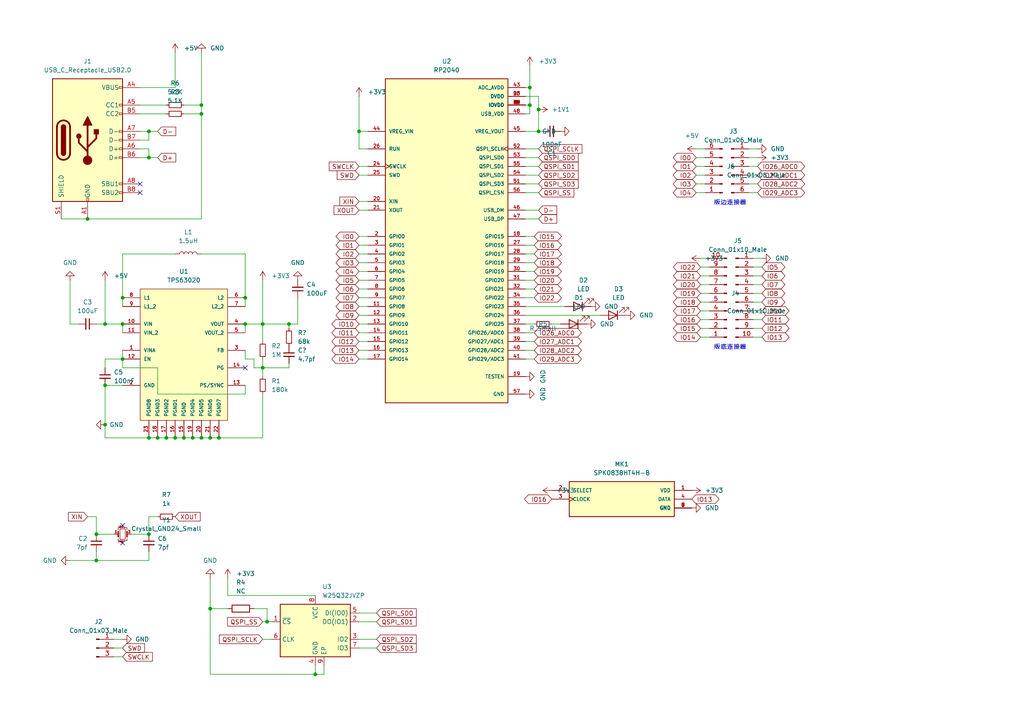
<source format=kicad_sch>
(kicad_sch (version 20211123) (generator eeschema)
  (paper "A4")
  (lib_symbols
    (symbol "Connector:Conn_01x03_Male" (pin_names (offset 1.016) hide)
      (property "Reference" "J" (at 0 5.08 0))
      (property "Value" "Conn_01x03_Male" (at 0 -5.08 0))
      (symbol "Conn_01x03_Male_1_1"
        (pin passive line (at 5.08 2.54 180) (length 3.81) (name "Pin_1") (number "1"))
        (pin passive line (at 5.08 0 180) (length 3.81) (name "Pin_2") (number "2"))
        (pin passive line (at 5.08 -2.54 180) (length 3.81) (name "Pin_3") (number "3"))
      )
    )
    (symbol "Connector:Conn_01x06_Male" (pin_names (offset 1.016) hide)
      (property "Reference" "J" (at 0 7.62 0))
      (property "Value" "Conn_01x06_Male" (at 0 -10.16 0))
      (symbol "Conn_01x06_Male_1_1"
        (pin passive line (at 5.08 5.08 180) (length 3.81) (name "Pin_1") (number "1"))
        (pin passive line (at 5.08 2.54 180) (length 3.81) (name "Pin_2") (number "2"))
        (pin passive line (at 5.08 0 180) (length 3.81) (name "Pin_3") (number "3"))
        (pin passive line (at 5.08 -2.54 180) (length 3.81) (name "Pin_4") (number "4"))
        (pin passive line (at 5.08 -5.08 180) (length 3.81) (name "Pin_5") (number "5"))
        (pin passive line (at 5.08 -7.62 180) (length 3.81) (name "Pin_6") (number "6"))
      )
    )
    (symbol "Connector:Conn_01x10_Male" (pin_names (offset 1.016) hide)
      (property "Reference" "J" (at 0 12.7 0))
      (property "Value" "Conn_01x10_Male" (at 0 -15.24 0))
      (symbol "Conn_01x10_Male_1_1"
        (pin passive line (at 5.08 10.16 180) (length 3.81) (name "Pin_1") (number "1"))
        (pin passive line (at 5.08 -12.7 180) (length 3.81) (name "Pin_10") (number "10"))
        (pin passive line (at 5.08 7.62 180) (length 3.81) (name "Pin_2") (number "2"))
        (pin passive line (at 5.08 5.08 180) (length 3.81) (name "Pin_3") (number "3"))
        (pin passive line (at 5.08 2.54 180) (length 3.81) (name "Pin_4") (number "4"))
        (pin passive line (at 5.08 0 180) (length 3.81) (name "Pin_5") (number "5"))
        (pin passive line (at 5.08 -2.54 180) (length 3.81) (name "Pin_6") (number "6"))
        (pin passive line (at 5.08 -5.08 180) (length 3.81) (name "Pin_7") (number "7"))
        (pin passive line (at 5.08 -7.62 180) (length 3.81) (name "Pin_8") (number "8"))
        (pin passive line (at 5.08 -10.16 180) (length 3.81) (name "Pin_9") (number "9"))
      )
    )
    (symbol "Connector:USB_C_Receptacle_USB2.0" (pin_names (offset 1.016))
      (property "Reference" "J" (at -10.16 19.05 0))
      (property "Value" "USB_C_Receptacle_USB2.0" (at 19.05 19.05 0))
      (symbol "USB_C_Receptacle_USB2.0_1_1"
        (pin passive line (at 0 -22.86 90) (length 5.08) (name "GND") (number "A1"))
        (pin passive line (at 0 -22.86 90) (length 5.08) hide (name "GND") (number "A12"))
        (pin passive line (at 15.24 15.24 180) (length 5.08) (name "VBUS") (number "A4"))
        (pin bidirectional line (at 15.24 10.16 180) (length 5.08) (name "CC1") (number "A5"))
        (pin bidirectional line (at 15.24 -2.54 180) (length 5.08) (name "D+") (number "A6"))
        (pin bidirectional line (at 15.24 2.54 180) (length 5.08) (name "D-") (number "A7"))
        (pin bidirectional line (at 15.24 -12.7 180) (length 5.08) (name "SBU1") (number "A8"))
        (pin passive line (at 15.24 15.24 180) (length 5.08) hide (name "VBUS") (number "A9"))
        (pin passive line (at 0 -22.86 90) (length 5.08) hide (name "GND") (number "B1"))
        (pin passive line (at 0 -22.86 90) (length 5.08) hide (name "GND") (number "B12"))
        (pin passive line (at 15.24 15.24 180) (length 5.08) hide (name "VBUS") (number "B4"))
        (pin bidirectional line (at 15.24 7.62 180) (length 5.08) (name "CC2") (number "B5"))
        (pin bidirectional line (at 15.24 -5.08 180) (length 5.08) (name "D+") (number "B6"))
        (pin bidirectional line (at 15.24 0 180) (length 5.08) (name "D-") (number "B7"))
        (pin bidirectional line (at 15.24 -15.24 180) (length 5.08) (name "SBU2") (number "B8"))
        (pin passive line (at 15.24 15.24 180) (length 5.08) hide (name "VBUS") (number "B9"))
        (pin passive line (at -7.62 -22.86 90) (length 5.08) (name "SHIELD") (number "S1"))
      )
    )
    (symbol "Device:C_Small" (pin_numbers hide) (pin_names (offset 0.254) hide)
      (property "Reference" "C" (at 0.254 1.778 0))
      (property "Value" "C_Small" (at 0.254 -2.032 0))
      (symbol "C_Small_1_1"
        (pin passive line (at 0 2.54 270) (length 2.032) (name "~") (number "1"))
        (pin passive line (at 0 -2.54 90) (length 2.032) (name "~") (number "2"))
      )
    )
    (symbol "Device:Crystal_GND24_Small" (pin_names (offset 1.016) hide)
      (property "Reference" "Y" (at 1.27 4.445 0))
      (property "Value" "Crystal_GND24_Small" (at 1.27 2.54 0))
      (symbol "Crystal_GND24_Small_1_1"
        (pin passive line (at -2.54 0 0) (length 1.27) (name "1") (number "1"))
        (pin passive line (at 0 -2.54 90) (length 0.635) (name "2") (number "2"))
        (pin passive line (at 2.54 0 180) (length 1.27) (name "3") (number "3"))
        (pin passive line (at 0 2.54 270) (length 0.635) (name "4") (number "4"))
      )
    )
    (symbol "Device:L" (pin_numbers hide) (pin_names (offset 1.016) hide)
      (property "Reference" "L" (at -1.27 0 90))
      (property "Value" "L" (at 1.905 0 90))
      (symbol "L_1_1"
        (pin passive line (at 0 3.81 270) (length 1.27) (name "1") (number "1"))
        (pin passive line (at 0 -3.81 90) (length 1.27) (name "2") (number "2"))
      )
    )
    (symbol "Device:LED" (pin_numbers hide) (pin_names (offset 1.016) hide)
      (property "Reference" "D" (at 0 2.54 0))
      (property "Value" "LED" (at 0 -2.54 0))
      (symbol "LED_1_1"
        (pin passive line (at -3.81 0 0) (length 2.54) (name "K") (number "1"))
        (pin passive line (at 3.81 0 180) (length 2.54) (name "A") (number "2"))
      )
    )
    (symbol "Device:R" (pin_numbers hide) (pin_names (offset 0))
      (property "Reference" "R" (at 2.032 0 90))
      (property "Value" "R" (at 0 0 90))
      (symbol "R_1_1"
        (pin passive line (at 0 3.81 270) (length 1.27) (name "~") (number "1"))
        (pin passive line (at 0 -3.81 90) (length 1.27) (name "~") (number "2"))
      )
    )
    (symbol "Device:R_Small" (pin_numbers hide) (pin_names (offset 0.254) hide)
      (property "Reference" "R" (at 0.762 0.508 0))
      (property "Value" "R_Small" (at 0.762 -1.016 0))
      (symbol "R_Small_1_1"
        (pin passive line (at 0 2.54 270) (length 0.762) (name "~") (number "1"))
        (pin passive line (at 0 -2.54 90) (length 0.762) (name "~") (number "2"))
      )
    )
    (symbol "Memory_Flash:W25Q32JVZP"
      (property "Reference" "U" (at -8.89 8.89 0))
      (property "Value" "W25Q32JVZP" (at 7.62 8.89 0))
      (symbol "W25Q32JVZP_1_1"
        (pin input line (at -12.7 2.54 0) (length 2.54) (name "~{CS}") (number "1"))
        (pin bidirectional line (at 12.7 2.54 180) (length 2.54) (name "DO(IO1)") (number "2"))
        (pin bidirectional line (at 12.7 -2.54 180) (length 2.54) (name "IO2") (number "3"))
        (pin power_in line (at 0 -10.16 90) (length 2.54) (name "GND") (number "4"))
        (pin bidirectional line (at 12.7 5.08 180) (length 2.54) (name "DI(IO0)") (number "5"))
        (pin input line (at -12.7 -2.54 0) (length 2.54) (name "CLK") (number "6"))
        (pin bidirectional line (at 12.7 -5.08 180) (length 2.54) (name "IO3") (number "7"))
        (pin power_in line (at 0 10.16 270) (length 2.54) (name "VCC") (number "8"))
        (pin passive line (at 2.54 -10.16 90) (length 2.54) (name "EP") (number "9"))
      )
    )
    (symbol "lib:RP2040" (pin_names (offset 1.016))
      (property "Reference" "U" (at -17.78 50.8 0))
      (property "Value" "RP2040" (at -17.78 -48.26 0))
      (symbol "RP2040_0_0"
        (pin power_in line (at 22.86 40.64 180) (length 5.08) (name "IOVDD") (number "1"))
        (pin power_in line (at 22.86 40.64 180) (length 5.08) (name "IOVDD") (number "10"))
        (pin bidirectional line (at -22.86 -17.78 0) (length 5.08) (name "GPIO8") (number "11"))
        (pin bidirectional line (at -22.86 -20.32 0) (length 5.08) (name "GPIO9") (number "12"))
        (pin bidirectional line (at -22.86 -22.86 0) (length 5.08) (name "GPIO10") (number "13"))
        (pin bidirectional line (at -22.86 -25.4 0) (length 5.08) (name "GPIO11") (number "14"))
        (pin bidirectional line (at -22.86 -27.94 0) (length 5.08) (name "GPIO12") (number "15"))
        (pin bidirectional line (at -22.86 -30.48 0) (length 5.08) (name "GPIO13") (number "16"))
        (pin bidirectional line (at -22.86 -33.02 0) (length 5.08) (name "GPIO14") (number "17"))
        (pin bidirectional line (at 22.86 2.54 180) (length 5.08) (name "GPIO15") (number "18"))
        (pin passive line (at 22.86 -38.1 180) (length 5.08) (name "TESTEN") (number "19"))
        (pin bidirectional line (at -22.86 2.54 0) (length 5.08) (name "GPIO0") (number "2"))
        (pin input line (at -22.86 12.7 0) (length 5.08) (name "XIN") (number "20"))
        (pin output line (at -22.86 10.16 0) (length 5.08) (name "XOUT") (number "21"))
        (pin power_in line (at 22.86 40.64 180) (length 5.08) (name "IOVDD") (number "22"))
        (pin power_in line (at 22.86 43.18 180) (length 5.08) (name "DVDD") (number "23"))
        (pin input clock (at -22.86 22.86 0) (length 5.08) (name "SWCLK") (number "24"))
        (pin bidirectional line (at -22.86 20.32 0) (length 5.08) (name "SWD") (number "25"))
        (pin input line (at -22.86 27.94 0) (length 5.08) (name "RUN") (number "26"))
        (pin bidirectional line (at 22.86 0 180) (length 5.08) (name "GPIO16") (number "27"))
        (pin bidirectional line (at 22.86 -2.54 180) (length 5.08) (name "GPIO17") (number "28"))
        (pin bidirectional line (at 22.86 -5.08 180) (length 5.08) (name "GPIO18") (number "29"))
        (pin bidirectional line (at -22.86 0 0) (length 5.08) (name "GPIO1") (number "3"))
        (pin bidirectional line (at 22.86 -7.62 180) (length 5.08) (name "GPIO19") (number "30"))
        (pin bidirectional line (at 22.86 -10.16 180) (length 5.08) (name "GPIO20") (number "31"))
        (pin bidirectional line (at 22.86 -12.7 180) (length 5.08) (name "GPIO21") (number "32"))
        (pin power_in line (at 22.86 40.64 180) (length 5.08) (name "IOVDD") (number "33"))
        (pin bidirectional line (at 22.86 -15.24 180) (length 5.08) (name "GPIO22") (number "34"))
        (pin bidirectional line (at 22.86 -17.78 180) (length 5.08) (name "GPIO23") (number "35"))
        (pin bidirectional line (at 22.86 -20.32 180) (length 5.08) (name "GPIO24") (number "36"))
        (pin bidirectional line (at 22.86 -22.86 180) (length 5.08) (name "GPIO25") (number "37"))
        (pin bidirectional line (at 22.86 -25.4 180) (length 5.08) (name "GPIO26/ADC0") (number "38"))
        (pin bidirectional line (at 22.86 -27.94 180) (length 5.08) (name "GPIO27/ADC1") (number "39"))
        (pin bidirectional line (at -22.86 -2.54 0) (length 5.08) (name "GPIO2") (number "4"))
        (pin bidirectional line (at 22.86 -30.48 180) (length 5.08) (name "GPIO28/ADC2") (number "40"))
        (pin bidirectional line (at 22.86 -33.02 180) (length 5.08) (name "GPIO29/ADC3") (number "41"))
        (pin power_in line (at 22.86 40.64 180) (length 5.08) (name "IOVDD") (number "42"))
        (pin power_in line (at 22.86 45.72 180) (length 5.08) (name "ADC_AVDD") (number "43"))
        (pin input line (at -22.86 33.02 0) (length 5.08) (name "VREG_VIN") (number "44"))
        (pin output line (at 22.86 33.02 180) (length 5.08) (name "VREG_VOUT") (number "45"))
        (pin bidirectional line (at 22.86 10.16 180) (length 5.08) (name "USB_DM") (number "46"))
        (pin bidirectional line (at 22.86 7.62 180) (length 5.08) (name "USB_DP") (number "47"))
        (pin power_in line (at 22.86 38.1 180) (length 5.08) (name "USB_VDD") (number "48"))
        (pin power_in line (at 22.86 40.64 180) (length 5.08) (name "IOVDD") (number "49"))
        (pin bidirectional line (at -22.86 -5.08 0) (length 5.08) (name "GPIO3") (number "5"))
        (pin power_in line (at 22.86 43.18 180) (length 5.08) (name "DVDD") (number "50"))
        (pin bidirectional line (at 22.86 17.78 180) (length 5.08) (name "QSPI_SD3") (number "51"))
        (pin bidirectional clock (at 22.86 27.94 180) (length 5.08) (name "QSPI_SCLK") (number "52"))
        (pin bidirectional line (at 22.86 25.4 180) (length 5.08) (name "QSPI_SD0") (number "53"))
        (pin bidirectional line (at 22.86 20.32 180) (length 5.08) (name "QSPI_SD2") (number "54"))
        (pin bidirectional line (at 22.86 22.86 180) (length 5.08) (name "QSPI_SD1") (number "55"))
        (pin bidirectional line (at 22.86 15.24 180) (length 5.08) (name "QSPI_CSN") (number "56"))
        (pin power_in line (at 22.86 -43.18 180) (length 5.08) (name "GND") (number "57"))
        (pin bidirectional line (at -22.86 -7.62 0) (length 5.08) (name "GPIO4") (number "6"))
        (pin bidirectional line (at -22.86 -10.16 0) (length 5.08) (name "GPIO5") (number "7"))
        (pin bidirectional line (at -22.86 -12.7 0) (length 5.08) (name "GPIO6") (number "8"))
        (pin bidirectional line (at -22.86 -15.24 0) (length 5.08) (name "GPIO7") (number "9"))
      )
    )
    (symbol "lib:SPK0838HT4H-B" (pin_names (offset 1.016))
      (property "Reference" "MK" (at -15.24 5.08 0))
      (property "Value" "SPK0838HT4H-B" (at -15.2654 -7.6454 0))
      (symbol "SPK0838HT4H-B_0_0"
        (pin power_in line (at 20.32 2.54 180) (length 5.08) (name "VDD") (number "1"))
        (pin input line (at -20.32 2.54 0) (length 5.08) (name "SELECT") (number "2"))
        (pin input clock (at -20.32 0 0) (length 5.08) (name "CLOCK") (number "3"))
        (pin output line (at 20.32 0 180) (length 5.08) (name "DATA") (number "4"))
        (pin power_in line (at 20.32 -2.54 180) (length 5.08) (name "GND") (number "5"))
        (pin power_in line (at 20.32 -2.54 180) (length 5.08) (name "GND") (number "6"))
        (pin power_in line (at 20.32 -2.54 180) (length 5.08) (name "GND") (number "7"))
        (pin power_in line (at 20.32 -2.54 180) (length 5.08) (name "GND") (number "8"))
      )
    )
    (symbol "lib:TPS63020" (pin_names (offset 1.016))
      (property "Reference" "U" (at -4.7244 4.1148 0))
      (property "Value" "TPS63020" (at -5.588 -1.0414 0))
      (symbol "TPS63020_0_0"
        (pin bidirectional line (at -17.78 2.54 0) (length 5.08) (name "VINA") (number "1"))
        (pin bidirectional line (at -17.78 10.16 0) (length 5.08) (name "VIN") (number "10"))
        (pin bidirectional line (at -17.78 7.62 0) (length 5.08) (name "VIN_2") (number "11"))
        (pin bidirectional line (at -17.78 0 0) (length 5.08) (name "EN") (number "12"))
        (pin bidirectional line (at 17.78 -7.62 180) (length 5.08) (name "PS/SYNC") (number "13"))
        (pin bidirectional line (at 17.78 -2.54 180) (length 5.08) (name "PG") (number "14"))
        (pin bidirectional line (at 0 -22.86 90) (length 5.08) (name "PGND") (number "15"))
        (pin bidirectional line (at -2.54 -22.86 90) (length 5.08) (name "PGND1") (number "16"))
        (pin bidirectional line (at -5.08 -22.86 90) (length 5.08) (name "PGND2") (number "17"))
        (pin bidirectional line (at -7.62 -22.86 90) (length 5.08) (name "PGND3") (number "18"))
        (pin bidirectional line (at 2.54 -22.86 90) (length 5.08) (name "PGND4") (number "19"))
        (pin bidirectional line (at -17.78 -7.62 0) (length 5.08) (name "GND") (number "2"))
        (pin bidirectional line (at 5.08 -22.86 90) (length 5.08) (name "PGND5") (number "20"))
        (pin bidirectional line (at 7.62 -22.86 90) (length 5.08) (name "PGND6") (number "21"))
        (pin bidirectional line (at 10.16 -22.86 90) (length 5.08) (name "PGND7") (number "22"))
        (pin bidirectional line (at -10.16 -22.86 90) (length 5.08) (name "PGND8") (number "23"))
        (pin bidirectional line (at 17.78 2.54 180) (length 5.08) (name "FB") (number "3"))
        (pin bidirectional line (at 17.78 10.16 180) (length 5.08) (name "VOUT") (number "4"))
        (pin bidirectional line (at 17.78 7.62 180) (length 5.08) (name "VOUT_2") (number "5"))
        (pin bidirectional line (at 17.78 17.78 180) (length 5.08) (name "L2") (number "6"))
        (pin bidirectional line (at 17.78 15.24 180) (length 5.08) (name "L2_2") (number "7"))
        (pin bidirectional line (at -17.78 17.78 0) (length 5.08) (name "L1") (number "8"))
        (pin bidirectional line (at -17.78 15.24 0) (length 5.08) (name "L1_2") (number "9"))
      )
    )
    (symbol "power:+1V1" (power) (pin_names (offset 0))
      (property "Value" "+1V1" (at 0 3.556 0))
      (symbol "+1V1_1_1"
        (pin power_in line (at 0 0 90) (length 0) hide (name "+1V1") (number "1"))
      )
    )
    (symbol "power:+3V3" (power) (pin_names (offset 0))
      (property "Value" "+3V3" (at 0 3.556 0))
      (symbol "+3V3_1_1"
        (pin power_in line (at 0 0 90) (length 0) hide (name "+3V3") (number "1"))
      )
    )
    (symbol "power:+5V" (power) (pin_names (offset 0))
      (property "Value" "+5V" (at 0 3.556 0))
      (symbol "+5V_1_1"
        (pin power_in line (at 0 0 90) (length 0) hide (name "+5V") (number "1"))
      )
    )
    (symbol "power:GND" (power) (pin_names (offset 0))
      (property "Value" "GND" (at 0 -3.81 0))
      (symbol "GND_1_1"
        (pin power_in line (at 0 0 270) (length 0) hide (name "GND") (number "1"))
      )
    )
  )
  (junction (at 55.88 127))
  (junction (at 58.42 127))
  (junction (at 153.67 25.4))
  (junction (at 35.56 104.14))
  (junction (at 58.42 30.48))
  (junction (at 35.56 86.36))
  (junction (at 58.42 33.02))
  (junction (at 30.48 111.76))
  (junction (at 156.21 31.75))
  (junction (at 153.67 30.48))
  (junction (at 43.18 127))
  (junction (at 25.4 63.5))
  (junction (at 43.18 45.72))
  (junction (at 76.2 93.98))
  (junction (at 35.56 93.98))
  (junction (at 27.94 154.94))
  (junction (at 50.8 127))
  (junction (at 30.48 93.98))
  (junction (at 43.18 38.1))
  (junction (at 27.94 162.56))
  (junction (at 60.96 176.53))
  (junction (at 71.12 93.98))
  (junction (at 83.82 93.98))
  (junction (at 45.72 127))
  (junction (at 71.12 86.36))
  (junction (at 53.34 127))
  (junction (at 91.44 195.58))
  (junction (at 76.2 106.68))
  (junction (at 156.21 38.1))
  (junction (at 60.96 127))
  (junction (at 77.47 180.34))
  (junction (at 43.18 154.94))
  (junction (at 104.14 38.1))
  (junction (at 48.26 127))
  (junction (at 63.5 127))
  (junction (at 30.48 123.19))
  (no_connect (at 40.64 55.88))
  (no_connect (at 40.64 53.34))
  (no_connect (at 71.12 106.68))
  (no_connect (at 35.56 157.48))
  (no_connect (at 35.56 152.4))
  (wire (pts (xy 60.96 176.53) (xy 60.96 167.64)))
  (wire (pts (xy 217.17 55.88) (xy 219.71 55.88)))
  (wire (pts (xy 106.68 68.58) (xy 104.14 68.58)))
  (wire (pts (xy 203.2 77.47) (xy 205.74 77.47)))
  (wire (pts (xy 203.2 85.09) (xy 205.74 85.09)))
  (wire (pts (xy 153.67 25.4) (xy 153.67 30.48)))
  (wire (pts (xy 218.44 74.93) (xy 220.98 74.93)))
  (wire (pts (xy 152.4 81.28) (xy 154.94 81.28)))
  (wire (pts (xy 73.66 106.68) (xy 73.66 104.14)))
  (wire (pts (xy 156.21 31.75) (xy 156.21 38.1)))
  (wire (pts (xy 43.18 127) (xy 45.72 127)))
  (wire (pts (xy 48.26 127) (xy 50.8 127)))
  (wire (pts (xy 76.2 106.68) (xy 76.2 109.22)))
  (wire (pts (xy 40.64 25.4) (xy 50.8 25.4)))
  (wire (pts (xy 153.67 33.02) (xy 153.67 30.48)))
  (wire (pts (xy 152.4 68.58) (xy 154.94 68.58)))
  (wire (pts (xy 66.04 172.72) (xy 66.04 167.64)))
  (wire (pts (xy 106.68 88.9) (xy 104.14 88.9)))
  (wire (pts (xy 76.2 104.14) (xy 76.2 106.68)))
  (wire (pts (xy 203.2 74.93) (xy 205.74 74.93)))
  (wire (pts (xy 40.64 45.72) (xy 43.18 45.72)))
  (wire (pts (xy 76.2 93.98) (xy 76.2 81.28)))
  (wire (pts (xy 35.56 104.14) (xy 30.48 104.14)))
  (wire (pts (xy 153.67 25.4) (xy 153.67 19.05)))
  (wire (pts (xy 152.4 76.2) (xy 154.94 76.2)))
  (wire (pts (xy 201.93 45.72) (xy 204.47 45.72)))
  (wire (pts (xy 25.4 149.86) (xy 27.94 149.86)))
  (wire (pts (xy 106.68 104.14) (xy 104.14 104.14)))
  (wire (pts (xy 106.68 93.98) (xy 104.14 93.98)))
  (wire (pts (xy 106.68 76.2) (xy 104.14 76.2)))
  (wire (pts (xy 76.2 106.68) (xy 73.66 106.68)))
  (wire (pts (xy 106.68 86.36) (xy 104.14 86.36)))
  (wire (pts (xy 30.48 93.98) (xy 35.56 93.98)))
  (wire (pts (xy 60.96 195.58) (xy 91.44 195.58)))
  (wire (pts (xy 152.4 104.14) (xy 154.94 104.14)))
  (wire (pts (xy 218.44 80.01) (xy 220.98 80.01)))
  (wire (pts (xy 43.18 45.72) (xy 45.72 45.72)))
  (wire (pts (xy 35.56 73.66) (xy 35.56 86.36)))
  (wire (pts (xy 156.21 45.72) (xy 152.4 45.72)))
  (wire (pts (xy 27.94 154.94) (xy 33.02 154.94)))
  (wire (pts (xy 106.68 78.74) (xy 104.14 78.74)))
  (wire (pts (xy 43.18 43.18) (xy 43.18 45.72)))
  (wire (pts (xy 71.12 86.36) (xy 71.12 73.66)))
  (wire (pts (xy 45.72 127) (xy 48.26 127)))
  (wire (pts (xy 156.21 43.18) (xy 152.4 43.18)))
  (wire (pts (xy 38.1 154.94) (xy 43.18 154.94)))
  (wire (pts (xy 218.44 97.79) (xy 220.98 97.79)))
  (wire (pts (xy 152.4 25.4) (xy 153.67 25.4)))
  (wire (pts (xy 106.68 81.28) (xy 104.14 81.28)))
  (wire (pts (xy 152.4 33.02) (xy 153.67 33.02)))
  (wire (pts (xy 152.4 86.36) (xy 154.94 86.36)))
  (wire (pts (xy 71.12 93.98) (xy 71.12 96.52)))
  (wire (pts (xy 77.47 176.53) (xy 77.47 180.34)))
  (wire (pts (xy 58.42 63.5) (xy 25.4 63.5)))
  (wire (pts (xy 203.2 87.63) (xy 205.74 87.63)))
  (wire (pts (xy 218.44 90.17) (xy 220.98 90.17)))
  (wire (pts (xy 217.17 45.72) (xy 219.71 45.72)))
  (wire (pts (xy 152.4 60.96) (xy 156.21 60.96)))
  (wire (pts (xy 217.17 53.34) (xy 219.71 53.34)))
  (wire (pts (xy 35.56 101.6) (xy 35.56 104.14)))
  (wire (pts (xy 93.98 195.58) (xy 93.98 193.04)))
  (wire (pts (xy 218.44 82.55) (xy 220.98 82.55)))
  (wire (pts (xy 35.56 93.98) (xy 35.56 96.52)))
  (wire (pts (xy 33.02 187.96) (xy 35.56 187.96)))
  (wire (pts (xy 33.02 185.42) (xy 35.56 185.42)))
  (wire (pts (xy 76.2 127) (xy 63.5 127)))
  (wire (pts (xy 43.18 38.1) (xy 45.72 38.1)))
  (wire (pts (xy 104.14 60.96) (xy 106.68 60.96)))
  (wire (pts (xy 217.17 43.18) (xy 219.71 43.18)))
  (wire (pts (xy 27.94 149.86) (xy 27.94 154.94)))
  (wire (pts (xy 152.4 83.82) (xy 154.94 83.82)))
  (wire (pts (xy 43.18 154.94) (xy 43.18 149.86)))
  (wire (pts (xy 104.14 58.42) (xy 106.68 58.42)))
  (wire (pts (xy 156.21 50.8) (xy 152.4 50.8)))
  (wire (pts (xy 152.4 73.66) (xy 154.94 73.66)))
  (wire (pts (xy 66.04 172.72) (xy 91.44 172.72)))
  (wire (pts (xy 106.68 96.52) (xy 104.14 96.52)))
  (wire (pts (xy 58.42 30.48) (xy 58.42 33.02)))
  (wire (pts (xy 33.02 190.5) (xy 35.56 190.5)))
  (wire (pts (xy 86.36 93.98) (xy 86.36 86.36)))
  (wire (pts (xy 104.14 187.96) (xy 109.22 187.96)))
  (wire (pts (xy 203.2 92.71) (xy 205.74 92.71)))
  (wire (pts (xy 76.2 93.98) (xy 83.82 93.98)))
  (wire (pts (xy 203.2 90.17) (xy 205.74 90.17)))
  (wire (pts (xy 201.93 50.8) (xy 204.47 50.8)))
  (wire (pts (xy 27.94 162.56) (xy 27.94 160.02)))
  (wire (pts (xy 40.64 38.1) (xy 43.18 38.1)))
  (wire (pts (xy 152.4 91.44) (xy 173.99 91.44)))
  (wire (pts (xy 71.12 73.66) (xy 58.42 73.66)))
  (wire (pts (xy 60.96 195.58) (xy 60.96 176.53)))
  (wire (pts (xy 71.12 101.6) (xy 71.12 104.14)))
  (wire (pts (xy 58.42 15.24) (xy 58.42 30.48)))
  (wire (pts (xy 104.14 38.1) (xy 106.68 38.1)))
  (wire (pts (xy 55.88 127) (xy 58.42 127)))
  (wire (pts (xy 50.8 73.66) (xy 35.56 73.66)))
  (wire (pts (xy 156.21 27.94) (xy 156.21 31.75)))
  (wire (pts (xy 53.34 30.48) (xy 58.42 30.48)))
  (wire (pts (xy 152.4 101.6) (xy 154.94 101.6)))
  (wire (pts (xy 201.93 48.26) (xy 204.47 48.26)))
  (wire (pts (xy 104.14 185.42) (xy 109.22 185.42)))
  (wire (pts (xy 76.2 106.68) (xy 83.82 106.68)))
  (wire (pts (xy 73.66 104.14) (xy 71.12 104.14)))
  (wire (pts (xy 104.14 50.8) (xy 106.68 50.8)))
  (wire (pts (xy 217.17 50.8) (xy 219.71 50.8)))
  (wire (pts (xy 203.2 97.79) (xy 205.74 97.79)))
  (wire (pts (xy 106.68 71.12) (xy 104.14 71.12)))
  (wire (pts (xy 203.2 80.01) (xy 205.74 80.01)))
  (wire (pts (xy 91.44 195.58) (xy 91.44 193.04)))
  (wire (pts (xy 201.93 55.88) (xy 204.47 55.88)))
  (wire (pts (xy 50.8 25.4) (xy 50.8 15.24)))
  (wire (pts (xy 71.12 86.36) (xy 71.12 88.9)))
  (wire (pts (xy 201.93 53.34) (xy 204.47 53.34)))
  (wire (pts (xy 76.2 93.98) (xy 76.2 99.06)))
  (wire (pts (xy 104.14 27.94) (xy 104.14 38.1)))
  (wire (pts (xy 50.8 127) (xy 53.34 127)))
  (wire (pts (xy 53.34 33.02) (xy 58.42 33.02)))
  (wire (pts (xy 30.48 111.76) (xy 35.56 111.76)))
  (wire (pts (xy 106.68 83.82) (xy 104.14 83.82)))
  (wire (pts (xy 76.2 180.34) (xy 77.47 180.34)))
  (wire (pts (xy 156.21 53.34) (xy 152.4 53.34)))
  (wire (pts (xy 203.2 82.55) (xy 205.74 82.55)))
  (wire (pts (xy 45.72 106.68) (xy 45.72 114.3)))
  (wire (pts (xy 60.96 127) (xy 63.5 127)))
  (wire (pts (xy 45.72 114.3) (xy 71.12 114.3)))
  (wire (pts (xy 58.42 127) (xy 60.96 127)))
  (wire (pts (xy 45.72 106.68) (xy 35.56 106.68)))
  (wire (pts (xy 43.18 40.64) (xy 43.18 38.1)))
  (wire (pts (xy 106.68 73.66) (xy 104.14 73.66)))
  (wire (pts (xy 30.48 104.14) (xy 30.48 106.68)))
  (wire (pts (xy 27.94 162.56) (xy 43.18 162.56)))
  (wire (pts (xy 218.44 77.47) (xy 220.98 77.47)))
  (wire (pts (xy 152.4 38.1) (xy 156.21 38.1)))
  (wire (pts (xy 71.12 114.3) (xy 71.12 111.76)))
  (wire (pts (xy 73.66 176.53) (xy 77.47 176.53)))
  (wire (pts (xy 43.18 149.86) (xy 45.72 149.86)))
  (wire (pts (xy 218.44 85.09) (xy 220.98 85.09)))
  (wire (pts (xy 104.14 43.18) (xy 104.14 38.1)))
  (wire (pts (xy 160.02 93.98) (xy 162.56 93.98)))
  (wire (pts (xy 218.44 92.71) (xy 220.98 92.71)))
  (wire (pts (xy 106.68 43.18) (xy 104.14 43.18)))
  (wire (pts (xy 106.68 101.6) (xy 104.14 101.6)))
  (wire (pts (xy 106.68 99.06) (xy 104.14 99.06)))
  (wire (pts (xy 20.32 81.28) (xy 20.32 93.98)))
  (wire (pts (xy 104.14 177.8) (xy 109.22 177.8)))
  (wire (pts (xy 83.82 93.98) (xy 86.36 93.98)))
  (wire (pts (xy 218.44 95.25) (xy 220.98 95.25)))
  (wire (pts (xy 53.34 127) (xy 55.88 127)))
  (wire (pts (xy 20.32 162.56) (xy 27.94 162.56)))
  (wire (pts (xy 71.12 93.98) (xy 76.2 93.98)))
  (wire (pts (xy 30.48 123.19) (xy 30.48 127)))
  (wire (pts (xy 76.2 114.3) (xy 76.2 127)))
  (wire (pts (xy 60.96 176.53) (xy 66.04 176.53)))
  (wire (pts (xy 30.48 127) (xy 43.18 127)))
  (wire (pts (xy 156.21 55.88) (xy 152.4 55.88)))
  (wire (pts (xy 35.56 106.68) (xy 35.56 104.14)))
  (wire (pts (xy 152.4 27.94) (xy 156.21 27.94)))
  (wire (pts (xy 43.18 162.56) (xy 43.18 160.02)))
  (wire (pts (xy 17.78 63.5) (xy 25.4 63.5)))
  (wire (pts (xy 35.56 86.36) (xy 35.56 88.9)))
  (wire (pts (xy 91.44 195.58) (xy 93.98 195.58)))
  (wire (pts (xy 152.4 63.5) (xy 156.21 63.5)))
  (wire (pts (xy 104.14 180.34) (xy 109.22 180.34)))
  (wire (pts (xy 201.93 43.18) (xy 204.47 43.18)))
  (wire (pts (xy 77.47 180.34) (xy 78.74 180.34)))
  (wire (pts (xy 27.94 93.98) (xy 30.48 93.98)))
  (wire (pts (xy 152.4 88.9) (xy 163.83 88.9)))
  (wire (pts (xy 218.44 87.63) (xy 220.98 87.63)))
  (wire (pts (xy 40.64 30.48) (xy 48.26 30.48)))
  (wire (pts (xy 76.2 185.42) (xy 78.74 185.42)))
  (wire (pts (xy 104.14 48.26) (xy 106.68 48.26)))
  (wire (pts (xy 58.42 33.02) (xy 58.42 63.5)))
  (wire (pts (xy 152.4 93.98) (xy 154.94 93.98)))
  (wire (pts (xy 152.4 30.48) (xy 153.67 30.48)))
  (wire (pts (xy 83.82 105.41) (xy 83.82 106.68)))
  (wire (pts (xy 152.4 78.74) (xy 154.94 78.74)))
  (wire (pts (xy 30.48 111.76) (xy 30.48 123.19)))
  (wire (pts (xy 217.17 48.26) (xy 219.71 48.26)))
  (wire (pts (xy 203.2 95.25) (xy 205.74 95.25)))
  (wire (pts (xy 106.68 91.44) (xy 104.14 91.44)))
  (wire (pts (xy 40.64 43.18) (xy 43.18 43.18)))
  (wire (pts (xy 83.82 93.98) (xy 83.82 95.25)))
  (wire (pts (xy 30.48 81.28) (xy 30.48 93.98)))
  (wire (pts (xy 152.4 99.06) (xy 154.94 99.06)))
  (wire (pts (xy 20.32 93.98) (xy 22.86 93.98)))
  (wire (pts (xy 40.64 33.02) (xy 48.26 33.02)))
  (wire (pts (xy 156.21 48.26) (xy 152.4 48.26)))
  (wire (pts (xy 152.4 96.52) (xy 154.94 96.52)))
  (wire (pts (xy 156.21 38.1) (xy 157.48 38.1)))
  (wire (pts (xy 152.4 71.12) (xy 154.94 71.12)))
  (wire (pts (xy 40.64 40.64) (xy 43.18 40.64)))
  (text "版底连接器" (at 207.01 101.6 0) (effects (font (size 1.27 1.27)) (justify left bottom)))
  (text "版边连接器" (at 207.01 59.69 0) (effects (font (size 1.27 1.27)) (justify left bottom)))
  (global_label "IO11" (shape bidirectional) (at 220.98 92.71 0) (property "插入图纸页参考" "${INTERSHEET_REFS}" (effects hide)))
  (global_label "QSPI_SD1" (shape input) (at 109.22 180.34 0) (property "插入图纸页参考" "${INTERSHEET_REFS}" (effects hide)))
  (global_label "SWD" (shape input) (at 104.14 50.8 180) (property "插入图纸页参考" "${INTERSHEET_REFS}" (effects hide)))
  (global_label "D-" (shape input) (at 156.21 60.96 0) (property "插入图纸页参考" "${INTERSHEET_REFS}" (effects hide)))
  (global_label "IO12" (shape bidirectional) (at 104.14 99.06 180) (property "插入图纸页参考" "${INTERSHEET_REFS}" (effects hide)))
  (global_label "IO28_ADC2" (shape bidirectional) (at 219.71 53.34 0) (property "插入图纸页参考" "${INTERSHEET_REFS}" (effects hide)))
  (global_label "IO11" (shape bidirectional) (at 104.14 96.52 180) (property "插入图纸页参考" "${INTERSHEET_REFS}" (effects hide)))
  (global_label "IO26_ADC0" (shape bidirectional) (at 219.71 48.26 0) (property "插入图纸页参考" "${INTERSHEET_REFS}" (effects hide)))
  (global_label "IO19" (shape bidirectional) (at 203.2 85.09 180) (property "插入图纸页参考" "${INTERSHEET_REFS}" (effects hide)))
  (global_label "IO8" (shape bidirectional) (at 220.98 85.09 0) (property "插入图纸页参考" "${INTERSHEET_REFS}" (effects hide)))
  (global_label "QSPI_SD1" (shape input) (at 156.21 48.26 0) (property "插入图纸页参考" "${INTERSHEET_REFS}" (effects hide)))
  (global_label "IO16" (shape bidirectional) (at 160.02 144.78 180) (property "插入图纸页参考" "${INTERSHEET_REFS}" (effects hide)))
  (global_label "IO12" (shape bidirectional) (at 220.98 95.25 0) (property "插入图纸页参考" "${INTERSHEET_REFS}" (effects hide)))
  (global_label "QSPI_SS" (shape input) (at 156.21 55.88 0) (property "插入图纸页参考" "${INTERSHEET_REFS}" (effects hide)))
  (global_label "D-" (shape input) (at 45.72 38.1 0) (property "插入图纸页参考" "${INTERSHEET_REFS}" (effects hide)))
  (global_label "D+" (shape input) (at 156.21 63.5 0) (property "插入图纸页参考" "${INTERSHEET_REFS}" (effects hide)))
  (global_label "QSPI_SD2" (shape input) (at 156.21 50.8 0) (property "插入图纸页参考" "${INTERSHEET_REFS}" (effects hide)))
  (global_label "IO3" (shape bidirectional) (at 104.14 76.2 180) (property "插入图纸页参考" "${INTERSHEET_REFS}" (effects hide)))
  (global_label "QSPI_SD2" (shape input) (at 109.22 185.42 0) (property "插入图纸页参考" "${INTERSHEET_REFS}" (effects hide)))
  (global_label "IO5" (shape bidirectional) (at 220.98 77.47 0) (property "插入图纸页参考" "${INTERSHEET_REFS}" (effects hide)))
  (global_label "QSPI_SCLK" (shape input) (at 156.21 43.18 0) (property "插入图纸页参考" "${INTERSHEET_REFS}" (effects hide)))
  (global_label "IO26_ADC0" (shape bidirectional) (at 154.94 96.52 0) (property "插入图纸页参考" "${INTERSHEET_REFS}" (effects hide)))
  (global_label "IO22" (shape bidirectional) (at 154.94 86.36 0) (property "插入图纸页参考" "${INTERSHEET_REFS}" (effects hide)))
  (global_label "IO29_ADC3" (shape bidirectional) (at 154.94 104.14 0) (property "插入图纸页参考" "${INTERSHEET_REFS}" (effects hide)))
  (global_label "IO21" (shape bidirectional) (at 203.2 80.01 180) (property "插入图纸页参考" "${INTERSHEET_REFS}" (effects hide)))
  (global_label "SWCLK" (shape input) (at 35.56 190.5 0) (property "插入图纸页参考" "${INTERSHEET_REFS}" (effects hide)))
  (global_label "SWCLK" (shape input) (at 104.14 48.26 180) (property "插入图纸页参考" "${INTERSHEET_REFS}" (effects hide)))
  (global_label "IO7" (shape bidirectional) (at 220.98 82.55 0) (property "插入图纸页参考" "${INTERSHEET_REFS}" (effects hide)))
  (global_label "IO0" (shape bidirectional) (at 104.14 68.58 180) (property "插入图纸页参考" "${INTERSHEET_REFS}" (effects hide)))
  (global_label "IO29_ADC3" (shape bidirectional) (at 219.71 55.88 0) (property "插入图纸页参考" "${INTERSHEET_REFS}" (effects hide)))
  (global_label "IO10" (shape bidirectional) (at 104.14 93.98 180) (property "插入图纸页参考" "${INTERSHEET_REFS}" (effects hide)))
  (global_label "IO28_ADC2" (shape bidirectional) (at 154.94 101.6 0) (property "插入图纸页参考" "${INTERSHEET_REFS}" (effects hide)))
  (global_label "IO20" (shape bidirectional) (at 203.2 82.55 180) (property "插入图纸页参考" "${INTERSHEET_REFS}" (effects hide)))
  (global_label "QSPI_SD0" (shape input) (at 109.22 177.8 0) (property "插入图纸页参考" "${INTERSHEET_REFS}" (effects hide)))
  (global_label "XOUT" (shape input) (at 104.14 60.96 180) (property "插入图纸页参考" "${INTERSHEET_REFS}" (effects hide)))
  (global_label "IO16" (shape bidirectional) (at 203.2 92.71 180) (property "插入图纸页参考" "${INTERSHEET_REFS}" (effects hide)))
  (global_label "IO9" (shape bidirectional) (at 220.98 87.63 0) (property "插入图纸页参考" "${INTERSHEET_REFS}" (effects hide)))
  (global_label "IO13" (shape bidirectional) (at 220.98 97.79 0) (property "插入图纸页参考" "${INTERSHEET_REFS}" (effects hide)))
  (global_label "IO1" (shape bidirectional) (at 104.14 71.12 180) (property "插入图纸页参考" "${INTERSHEET_REFS}" (effects hide)))
  (global_label "IO7" (shape bidirectional) (at 104.14 86.36 180) (property "插入图纸页参考" "${INTERSHEET_REFS}" (effects hide)))
  (global_label "IO22" (shape bidirectional) (at 203.2 77.47 180) (property "插入图纸页参考" "${INTERSHEET_REFS}" (effects hide)))
  (global_label "IO3" (shape bidirectional) (at 201.93 53.34 180) (property "插入图纸页参考" "${INTERSHEET_REFS}" (effects hide)))
  (global_label "IO4" (shape bidirectional) (at 201.93 55.88 180) (property "插入图纸页参考" "${INTERSHEET_REFS}" (effects hide)))
  (global_label "IO13" (shape bidirectional) (at 200.66 144.78 0) (property "插入图纸页参考" "${INTERSHEET_REFS}" (effects hide)))
  (global_label "XIN" (shape input) (at 25.4 149.86 180) (property "插入图纸页参考" "${INTERSHEET_REFS}" (effects hide)))
  (global_label "D+" (shape input) (at 45.72 45.72 0) (property "插入图纸页参考" "${INTERSHEET_REFS}" (effects hide)))
  (global_label "IO18" (shape bidirectional) (at 203.2 87.63 180) (property "插入图纸页参考" "${INTERSHEET_REFS}" (effects hide)))
  (global_label "IO15" (shape bidirectional) (at 203.2 95.25 180) (property "插入图纸页参考" "${INTERSHEET_REFS}" (effects hide)))
  (global_label "XIN" (shape input) (at 104.14 58.42 180) (property "插入图纸页参考" "${INTERSHEET_REFS}" (effects hide)))
  (global_label "IO6" (shape bidirectional) (at 220.98 80.01 0) (property "插入图纸页参考" "${INTERSHEET_REFS}" (effects hide)))
  (global_label "QSPI_SD3" (shape input) (at 109.22 187.96 0) (property "插入图纸页参考" "${INTERSHEET_REFS}" (effects hide)))
  (global_label "QSPI_SS" (shape input) (at 76.2 180.34 180) (property "插入图纸页参考" "${INTERSHEET_REFS}" (effects hide)))
  (global_label "IO6" (shape bidirectional) (at 104.14 83.82 180) (property "插入图纸页参考" "${INTERSHEET_REFS}" (effects hide)))
  (global_label "IO19" (shape bidirectional) (at 154.94 78.74 0) (property "插入图纸页参考" "${INTERSHEET_REFS}" (effects hide)))
  (global_label "QSPI_SCLK" (shape input) (at 76.2 185.42 180) (property "插入图纸页参考" "${INTERSHEET_REFS}" (effects hide)))
  (global_label "SWD" (shape input) (at 35.56 187.96 0) (property "插入图纸页参考" "${INTERSHEET_REFS}" (effects hide)))
  (global_label "IO0" (shape bidirectional) (at 201.93 45.72 180) (property "插入图纸页参考" "${INTERSHEET_REFS}" (effects hide)))
  (global_label "IO9" (shape bidirectional) (at 104.14 91.44 180) (property "插入图纸页参考" "${INTERSHEET_REFS}" (effects hide)))
  (global_label "IO20" (shape bidirectional) (at 154.94 81.28 0) (property "插入图纸页参考" "${INTERSHEET_REFS}" (effects hide)))
  (global_label "IO27_ADC1" (shape bidirectional) (at 219.71 50.8 0) (property "插入图纸页参考" "${INTERSHEET_REFS}" (effects hide)))
  (global_label "IO21" (shape bidirectional) (at 154.94 83.82 0) (property "插入图纸页参考" "${INTERSHEET_REFS}" (effects hide)))
  (global_label "QSPI_SD3" (shape input) (at 156.21 53.34 0) (property "插入图纸页参考" "${INTERSHEET_REFS}" (effects hide)))
  (global_label "IO1" (shape bidirectional) (at 201.93 48.26 180) (property "插入图纸页参考" "${INTERSHEET_REFS}" (effects hide)))
  (global_label "IO13" (shape bidirectional) (at 104.14 101.6 180) (property "插入图纸页参考" "${INTERSHEET_REFS}" (effects hide)))
  (global_label "IO16" (shape bidirectional) (at 154.94 71.12 0) (property "插入图纸页参考" "${INTERSHEET_REFS}" (effects hide)))
  (global_label "IO17" (shape bidirectional) (at 203.2 90.17 180) (property "插入图纸页参考" "${INTERSHEET_REFS}" (effects hide)))
  (global_label "IO17" (shape bidirectional) (at 154.94 73.66 0) (property "插入图纸页参考" "${INTERSHEET_REFS}" (effects hide)))
  (global_label "IO2" (shape bidirectional) (at 201.93 50.8 180) (property "插入图纸页参考" "${INTERSHEET_REFS}" (effects hide)))
  (global_label "IO18" (shape bidirectional) (at 154.94 76.2 0) (property "插入图纸页参考" "${INTERSHEET_REFS}" (effects hide)))
  (global_label "IO8" (shape bidirectional) (at 104.14 88.9 180) (property "插入图纸页参考" "${INTERSHEET_REFS}" (effects hide)))
  (global_label "IO10" (shape bidirectional) (at 220.98 90.17 0) (property "插入图纸页参考" "${INTERSHEET_REFS}" (effects hide)))
  (global_label "IO5" (shape bidirectional) (at 104.14 81.28 180) (property "插入图纸页参考" "${INTERSHEET_REFS}" (effects hide)))
  (global_label "IO27_ADC1" (shape bidirectional) (at 154.94 99.06 0) (property "插入图纸页参考" "${INTERSHEET_REFS}" (effects hide)))
  (global_label "IO14" (shape bidirectional) (at 203.2 97.79 180) (property "插入图纸页参考" "${INTERSHEET_REFS}" (effects hide)))
  (global_label "IO15" (shape bidirectional) (at 154.94 68.58 0) (property "插入图纸页参考" "${INTERSHEET_REFS}" (effects hide)))
  (global_label "XOUT" (shape input) (at 50.8 149.86 0) (property "插入图纸页参考" "${INTERSHEET_REFS}" (effects hide)))
  (global_label "IO4" (shape bidirectional) (at 104.14 78.74 180) (property "插入图纸页参考" "${INTERSHEET_REFS}" (effects hide)))
  (global_label "IO2" (shape bidirectional) (at 104.14 73.66 180) (property "插入图纸页参考" "${INTERSHEET_REFS}" (effects hide)))
  (global_label "QSPI_SD0" (shape input) (at 156.21 45.72 0) (property "插入图纸页参考" "${INTERSHEET_REFS}" (effects hide)))
  (global_label "IO14" (shape bidirectional) (at 104.14 104.14 180) (property "插入图纸页参考" "${INTERSHEET_REFS}" (effects hide)))
  (symbol (lib_id "Connector:USB_C_Receptacle_USB2.0") (at 25.4 40.64 0) (unit 1)
    (property "Reference" "J1" (at 25.4 17.78 0))
    (property "Value" "USB_C_Receptacle_USB2.0" (at 25.4 20.32 0))
    (property "Footprint" "Connector_USB:USB_C_Receptacle_Palconn_UTC16-G" (effects hide))
    (property "Datasheet" "https://www.usb.org/sites/default/files/documents/usb_type-c.zip" (effects hide))
  )
  (symbol (lib_id "power:+3V3") (at 76.2 81.28 0) (unit 1)
    (property "Reference" "#PWR0105" (effects hide))
    (property "Value" "+3V3" (at 78.74 80.0099 0) (effects (justify left)))
  )
  (symbol (lib_id "power:+3V3") (at 153.67 19.05 0) (unit 1)
    (property "Reference" "#PWR0121" (effects hide))
    (property "Value" "+3V3" (at 156.21 17.7799 0) (effects (justify left)))
  )
  (symbol (lib_id "power:+5V") (at 50.8 15.24 0) (unit 1)
    (property "Reference" "#PWR0111" (effects hide))
    (property "Value" "+5V" (at 53.34 13.9699 0) (effects (justify left)))
  )
  (symbol (lib_id "power:GND") (at 60.96 167.64 180) (unit 1)
    (property "Reference" "#PWR0106" (effects hide))
    (property "Value" "GND" (at 60.96 162.56 0))
  )
  (symbol (lib_id "power:GND") (at 220.98 74.93 90) (unit 1)
    (property "Reference" "#PWR0124" (effects hide))
    (property "Value" "GND" (at 224.79 74.9299 90) (effects (justify right)))
  )
  (symbol (lib_id "power:GND") (at 35.56 185.42 90) (unit 1)
    (property "Reference" "#PWR0108" (effects hide))
    (property "Value" "GND" (at 39.1922 185.4199 90) (effects (justify right)))
  )
  (symbol (lib_id "Device:LED") (at 177.8 91.44 180) (unit 1)
    (property "Reference" "D3" (at 179.3875 83.82 0))
    (property "Value" "LED" (at 179.3875 86.36 0))
    (property "Footprint" "LED_SMD:LED_0402_1005Metric_Pad0.77x0.64mm_HandSolder" (effects hide))
  )
  (symbol (lib_id "power:GND") (at 58.42 15.24 180) (unit 1)
    (property "Reference" "#PWR0112" (effects hide))
    (property "Value" "GND" (at 60.96 13.9699 0) (effects (justify right)))
  )
  (symbol (lib_id "Device:R_Small") (at 76.2 111.76 0) (unit 1)
    (property "Reference" "R1" (at 78.74 110.4899 0) (effects (justify left)))
    (property "Value" "180k" (at 78.74 113.0299 0) (effects (justify left)))
    (property "Footprint" "Resistor_SMD:R_0402_1005Metric_Pad0.72x0.64mm_HandSolder" (effects hide))
  )
  (symbol (lib_id "Device:R_Small") (at 157.48 93.98 90) (unit 1)
    (property "Reference" "R5" (at 157.48 93.98 90))
    (property "Value" "R_Small" (at 157.48 95.25 90))
    (property "Footprint" "Resistor_SMD:R_0402_1005Metric_Pad0.72x0.64mm_HandSolder" (effects hide))
  )
  (symbol (lib_id "power:+1V1") (at 156.21 31.75 270) (unit 1)
    (property "Reference" "#PWR0127" (effects hide))
    (property "Value" "+1V1" (at 160.02 31.7499 90) (effects (justify left)))
  )
  (symbol (lib_id "power:GND") (at 86.36 81.28 180) (unit 1)
    (property "Reference" "#PWR0102" (effects hide))
    (property "Value" "GND" (at 86.36 76.2 0))
  )
  (symbol (lib_id "lib:SPK0838HT4H-B") (at 180.34 144.78 0) (unit 1)
    (property "Reference" "MK1" (at 180.34 134.62 0))
    (property "Value" "SPK0838HT4H-B" (at 180.34 137.16 0))
    (property "Footprint" "MIC_SPK0838HT4H-B" (effects hide))
    (property "MANUFACTURER" "Knowles" (effects hide))
  )
  (symbol (lib_id "power:GND") (at 20.32 162.56 270) (unit 1)
    (property "Reference" "#PWR0101" (effects hide))
    (property "Value" "GND" (at 16.51 162.5599 90) (effects (justify right)))
  )
  (symbol (lib_id "Connector:Conn_01x10_Male") (at 213.36 85.09 0) (unit 1)
    (property "Reference" "J5" (at 213.995 69.85 0))
    (property "Value" "Conn_01x10_Male" (at 213.995 72.39 0))
    (property "Footprint" "lib:PinHeader_1x10_P2.54mm_Vertical_SMD" (effects hide))
  )
  (symbol (lib_id "Device:R_Small") (at 76.2 101.6 0) (unit 1)
    (property "Reference" "R2" (at 78.74 100.3299 0) (effects (justify left)))
    (property "Value" "1M" (at 78.74 102.8699 0) (effects (justify left)))
    (property "Footprint" "Resistor_SMD:R_0402_1005Metric_Pad0.72x0.64mm_HandSolder" (effects hide))
  )
  (symbol (lib_id "power:+5V") (at 201.93 43.18 90) (unit 1)
    (property "Reference" "#PWR0120" (effects hide))
    (property "Value" "+5V" (at 200.66 39.37 90))
  )
  (symbol (lib_id "Connector:Conn_01x06_Male") (at 212.09 48.26 0) (unit 1)
    (property "Reference" "J3" (at 212.725 38.1 0))
    (property "Value" "Conn_01x06_Male" (at 212.725 40.64 0))
    (property "Footprint" "lib:PinHeader_1x06_P2.54mm_Vertical_SMD" (effects hide))
  )
  (symbol (lib_id "Device:LED") (at 166.37 93.98 180) (unit 1)
    (property "Reference" "D1" (at 167.9575 86.36 0))
    (property "Value" "LED" (at 167.9575 88.9 0))
    (property "Footprint" "LED_SMD:LED_0402_1005Metric_Pad0.77x0.64mm_HandSolder" (effects hide))
  )
  (symbol (lib_id "power:GND") (at 152.4 109.22 90) (unit 1)
    (property "Reference" "#PWR0115" (effects hide))
    (property "Value" "GND" (at 157.48 109.22 0))
  )
  (symbol (lib_id "power:GND") (at 170.18 93.98 90) (unit 1)
    (property "Reference" "#PWR0116" (effects hide))
    (property "Value" "GND" (at 173.99 93.9799 90) (effects (justify right)))
  )
  (symbol (lib_id "Device:C_Small") (at 83.82 102.87 0) (unit 1)
    (property "Reference" "C?" (at 86.36 101.6062 0) (effects (justify left)))
    (property "Value" "4.7pf" (at 86.36 104.1462 0) (effects (justify left)))
  )
  (symbol (lib_id "power:GND") (at 30.48 123.19 270) (unit 1)
    (property "Reference" "#PWR0126" (effects hide))
    (property "Value" "GND" (at 31.75 123.1899 90) (effects (justify left)))
  )
  (symbol (lib_id "Device:C_Small") (at 30.48 109.22 0) (unit 1)
    (property "Reference" "C5" (at 33.02 107.9562 0) (effects (justify left)))
    (property "Value" "100nF" (at 33.02 110.4962 0) (effects (justify left)))
    (property "Footprint" "Capacitor_SMD:C_0402_1005Metric_Pad0.74x0.62mm_HandSolder" (effects hide))
  )
  (symbol (lib_id "Device:R_Small") (at 48.26 149.86 90) (unit 1)
    (property "Reference" "R7" (at 48.26 143.51 90))
    (property "Value" "1k" (at 48.26 146.05 90))
    (property "Footprint" "Resistor_SMD:R_0402_1005Metric_Pad0.72x0.64mm_HandSolder" (effects hide))
  )
  (symbol (lib_id "Device:C_Small") (at 43.18 157.48 0) (unit 1)
    (property "Reference" "C6" (at 45.72 156.2162 0) (effects (justify left)))
    (property "Value" "7pf" (at 45.72 158.7562 0) (effects (justify left)))
    (property "Footprint" "Capacitor_SMD:C_0402_1005Metric_Pad0.74x0.62mm_HandSolder" (effects hide))
  )
  (symbol (lib_id "Device:R_Small") (at 50.8 30.48 90) (unit 1)
    (property "Reference" "R6" (at 50.8 24.13 90))
    (property "Value" "5.1K" (at 50.8 26.67 90))
    (property "Footprint" "Resistor_SMD:R_0402_1005Metric_Pad0.72x0.64mm_HandSolder" (effects hide))
  )
  (symbol (lib_id "Device:C_Small") (at 86.36 83.82 180) (unit 1)
    (property "Reference" "C4" (at 88.9 82.5435 0) (effects (justify right)))
    (property "Value" "100uF" (at 88.9 85.0835 0) (effects (justify right)))
    (property "Footprint" "Capacitor_SMD:C_1206_3216Metric" (effects hide))
  )
  (symbol (lib_id "Connector:Conn_01x10_Male") (at 210.82 87.63 180) (unit 1)
    (property "Reference" "J4" (at 212.09 85.0899 0) (effects (justify right)))
    (property "Value" "Conn_01x10_Male" (at 210.82 90.1699 0) (effects (justify right)))
    (property "Footprint" "lib:PinHeader_1x10_R_P2.54mm_Vertical_SMD" (effects hide))
  )
  (symbol (lib_id "Device:R") (at 69.85 176.53 90) (unit 1)
    (property "Reference" "R4" (at 69.85 168.91 90))
    (property "Value" "NC" (at 69.85 171.45 90))
    (property "Footprint" "Resistor_SMD:R_0402_1005Metric" (effects hide))
  )
  (symbol (lib_id "power:+3V3") (at 160.02 142.24 90) (unit 1)
    (property "Reference" "#PWR0128" (effects hide))
    (property "Value" "+3V3" (at 161.29 142.2399 90) (effects (justify right)))
  )
  (symbol (lib_id "Device:L") (at 54.61 73.66 90) (unit 1)
    (property "Reference" "L1" (at 54.61 67.31 90))
    (property "Value" "1.5uH" (at 54.61 69.85 90))
    (property "Footprint" "Inductor_SMD:L_0805_2012Metric" (effects hide))
  )
  (symbol (lib_id "power:+3V3") (at 200.66 142.24 270) (unit 1)
    (property "Reference" "#PWR0110" (effects hide))
    (property "Value" "+3V3" (at 204.47 142.2399 90) (effects (justify left)))
  )
  (symbol (lib_id "power:GND") (at 171.45 88.9 90) (unit 1)
    (property "Reference" "#PWR0123" (effects hide))
    (property "Value" "GND" (at 175.26 88.8999 90) (effects (justify right)))
  )
  (symbol (lib_id "power:GND") (at 20.32 81.28 180) (unit 1)
    (property "Reference" "#PWR0103" (effects hide))
    (property "Value" "GND" (at 20.32 76.2 0))
  )
  (symbol (lib_id "power:+3V3") (at 203.2 74.93 90) (unit 1)
    (property "Reference" "#PWR0125" (effects hide))
    (property "Value" "+3V3" (at 204.47 74.9299 90) (effects (justify right)))
  )
  (symbol (lib_id "power:+3V3") (at 219.71 45.72 270) (unit 1)
    (property "Reference" "#PWR0119" (effects hide))
    (property "Value" "+3V3" (at 223.52 45.7199 90) (effects (justify left)))
  )
  (symbol (lib_id "power:GND") (at 162.56 38.1 90) (unit 1)
    (property "Reference" "#PWR0117" (effects hide))
    (property "Value" "GND" (at 161.29 38.1001 90) (effects (justify left)))
  )
  (symbol (lib_id "power:+5V") (at 30.48 81.28 0) (unit 1)
    (property "Reference" "#PWR0104" (effects hide))
    (property "Value" "+5V" (at 33.02 80.0099 0) (effects (justify left)))
  )
  (symbol (lib_id "Device:C_Small") (at 27.94 157.48 0) (unit 1)
    (property "Reference" "C2" (at 25.4 156.2162 0) (effects (justify right)))
    (property "Value" "7pf" (at 25.4 158.7562 0) (effects (justify right)))
    (property "Footprint" "Capacitor_SMD:C_0402_1005Metric_Pad0.74x0.62mm_HandSolder" (effects hide))
  )
  (symbol (lib_id "Device:Crystal_GND24_Small") (at 35.56 154.94 0) (unit 1)
    (property "Reference" "Y1" (at 48.26 150.7998 0))
    (property "Value" "Crystal_GND24_Small" (at 48.26 153.3398 0))
    (property "Footprint" "Crystal:Crystal_SMD_3225-4Pin_3.2x2.5mm" (effects hide))
  )
  (symbol (lib_id "Connector:Conn_01x06_Male") (at 209.55 50.8 180) (unit 1)
    (property "Reference" "J6" (at 210.82 48.2599 0) (effects (justify right)))
    (property "Value" "Conn_01x06_Male" (at 210.82 50.7999 0) (effects (justify right)))
    (property "Footprint" "lib:PinHeader_1x06_P2.54mm_Vertical_SMD" (effects hide))
  )
  (symbol (lib_id "Connector:Conn_01x03_Male") (at 27.94 187.96 0) (unit 1)
    (property "Reference" "J2" (at 28.575 180.34 0))
    (property "Value" "Conn_01x03_Male" (at 28.575 182.88 0))
    (property "Footprint" "lib:PinHeader_1x03_P1.00mm_Vertical_SMD" (effects hide))
  )
  (symbol (lib_id "Device:R_Small") (at 83.82 97.79 0) (unit 1)
    (property "Reference" "R?" (at 86.36 96.5199 0) (effects (justify left)))
    (property "Value" "68k" (at 86.36 99.0599 0) (effects (justify left)))
  )
  (symbol (lib_id "Device:LED") (at 167.64 88.9 180) (unit 1)
    (property "Reference" "D2" (at 169.2275 81.28 0))
    (property "Value" "LED" (at 169.2275 83.82 0))
    (property "Footprint" "LED_SMD:LED_0402_1005Metric_Pad0.77x0.64mm_HandSolder" (effects hide))
  )
  (symbol (lib_id "power:+3V3") (at 66.04 167.64 0) (unit 1)
    (property "Reference" "#PWR0107" (effects hide))
    (property "Value" "+3V3" (at 68.58 166.3699 0) (effects (justify left)))
  )
  (symbol (lib_id "power:GND") (at 200.66 147.32 90) (unit 1)
    (property "Reference" "#PWR0109" (effects hide))
    (property "Value" "GND" (at 204.47 147.3199 90) (effects (justify right)))
  )
  (symbol (lib_id "lib:TPS63020") (at 53.34 104.14 0) (unit 1)
    (property "Reference" "U1" (at 53.34 78.74 0))
    (property "Value" "TPS63020" (at 53.34 81.28 0))
    (property "Footprint" "lib:QFN14-3X4MM" (effects hide))
  )
  (symbol (lib_id "Memory_Flash:W25Q32JVZP") (at 91.44 182.88 0) (unit 1)
    (property "Reference" "U3" (at 93.4594 170.18 0) (effects (justify left)))
    (property "Value" "W25Q32JVZP" (at 93.4594 172.72 0) (effects (justify left)))
    (property "Footprint" "Package_SON:WSON-8-1EP_6x5mm_P1.27mm_EP3.4x4.3mm" (effects hide))
    (property "Datasheet" "http://www.winbond.com/resource-files/w25q32jv%20revg%2003272018%20plus.pdf" (effects hide))
  )
  (symbol (lib_id "lib:RP2040") (at 129.54 71.12 0) (unit 1)
    (property "Reference" "U2" (at 129.54 17.78 0))
    (property "Value" "RP2040" (at 129.54 20.32 0))
    (property "Footprint" "lib:QFN40P700X700X90-57N" (effects hide))
    (property "MANUFACTURER" "Raspberry Pi" (effects hide))
    (property "STANDARD" "IPC 7351B" (effects hide))
    (property "PARTREV" "1.6.1" (effects hide))
    (property "MAXIMUM_PACKAGE_HEIGHT" "0.9 mm" (effects hide))
  )
  (symbol (lib_id "power:GND") (at 152.4 114.3 90) (unit 1)
    (property "Reference" "#PWR0114" (effects hide))
    (property "Value" "GND" (at 157.48 114.3 0))
  )
  (symbol (lib_id "Device:C_Small") (at 160.02 38.1 90) (unit 1)
    (property "Reference" "C1" (at 160.0264 44.45 90))
    (property "Value" "100nF" (at 160.0264 41.91 90))
    (property "Footprint" "Capacitor_SMD:C_0402_1005Metric_Pad0.74x0.62mm_HandSolder" (effects hide))
  )
  (symbol (lib_id "Device:R_Small") (at 50.8 33.02 90) (unit 1)
    (property "Reference" "R3" (at 50.8 26.67 90))
    (property "Value" "5.1K" (at 50.8 29.21 90))
    (property "Footprint" "Resistor_SMD:R_0402_1005Metric_Pad0.72x0.64mm_HandSolder" (effects hide))
  )
  (symbol (lib_id "Device:C_Small") (at 25.4 93.98 270) (unit 1)
    (property "Reference" "C3" (at 25.3936 87.63 90))
    (property "Value" "100uF" (at 25.3936 90.17 90))
    (property "Footprint" "Capacitor_SMD:C_1206_3216Metric" (effects hide))
  )
  (symbol (lib_id "power:GND") (at 181.61 91.44 90) (unit 1)
    (property "Reference" "#PWR0122" (effects hide))
    (property "Value" "GND" (at 185.42 91.4399 90) (effects (justify right)))
  )
  (symbol (lib_id "power:+3V3") (at 104.14 27.94 0) (unit 1)
    (property "Reference" "#PWR0113" (effects hide))
    (property "Value" "+3V3" (at 106.68 26.6699 0) (effects (justify left)))
  )
  (symbol (lib_id "power:GND") (at 219.71 43.18 90) (unit 1)
    (property "Reference" "#PWR0118" (effects hide))
    (property "Value" "GND" (at 223.52 43.1799 90) (effects (justify right)))
  )
)
</source>
